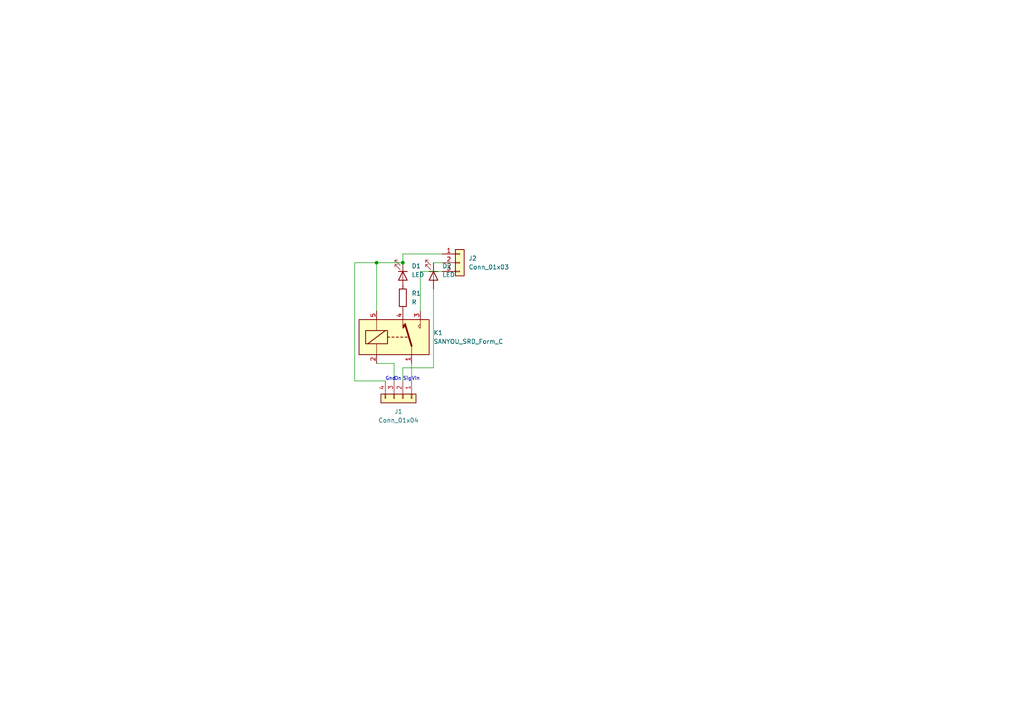
<source format=kicad_sch>
(kicad_sch (version 20211123) (generator eeschema)
  (paper "A4")
  (lib_symbols
    (symbol "Connector_Generic:Conn_01x03" (pin_names (offset 1.016) hide)
      (property "Reference" "J" (at 0 5.08 0))
      (property "Value" "Conn_01x03" (at 0 -5.08 0))
      (symbol "Conn_01x03_1_1"
        (rectangle (start -1.27 -2.413) (end 0 -2.667) (stroke (width 0.1524)))
        (rectangle (start -1.27 0.127) (end 0 -0.127) (stroke (width 0.1524)))
        (rectangle (start -1.27 2.667) (end 0 2.413) (stroke (width 0.1524)))
        (rectangle (start -1.27 3.81) (end 1.27 -3.81) (stroke (width 0.254)) (fill (type background)))
        (pin passive line (at -5.08 2.54 0) (length 3.81) (name "Pin_1") (number "1"))
        (pin passive line (at -5.08 0 0) (length 3.81) (name "Pin_2") (number "2"))
        (pin passive line (at -5.08 -2.54 0) (length 3.81) (name "Pin_3") (number "3"))
      )
    )
    (symbol "Connector_Generic:Conn_01x04" (pin_names (offset 1.016) hide)
      (property "Reference" "J" (at 0 5.08 0))
      (property "Value" "Conn_01x04" (at 0 -7.62 0))
      (symbol "Conn_01x04_1_1"
        (rectangle (start -1.27 -4.953) (end 0 -5.207) (stroke (width 0.1524)))
        (rectangle (start -1.27 -2.413) (end 0 -2.667) (stroke (width 0.1524)))
        (rectangle (start -1.27 0.127) (end 0 -0.127) (stroke (width 0.1524)))
        (rectangle (start -1.27 2.667) (end 0 2.413) (stroke (width 0.1524)))
        (rectangle (start -1.27 3.81) (end 1.27 -6.35) (stroke (width 0.254)) (fill (type background)))
        (pin passive line (at -5.08 2.54 0) (length 3.81) (name "Pin_1") (number "1"))
        (pin passive line (at -5.08 0 0) (length 3.81) (name "Pin_2") (number "2"))
        (pin passive line (at -5.08 -2.54 0) (length 3.81) (name "Pin_3") (number "3"))
        (pin passive line (at -5.08 -5.08 0) (length 3.81) (name "Pin_4") (number "4"))
      )
    )
    (symbol "Device:LED" (pin_numbers hide) (pin_names (offset 1.016) hide)
      (property "Reference" "D" (at 0 2.54 0))
      (property "Value" "LED" (at 0 -2.54 0))
      (symbol "LED_0_1"
        (polyline (pts (xy -1.27 -1.27) (xy -1.27 1.27)) (stroke (width 0.254)))
        (polyline (pts (xy -1.27 0) (xy 1.27 0)))
        (polyline (pts (xy 1.27 -1.27) (xy 1.27 1.27) (xy -1.27 0) (xy 1.27 -1.27)) (stroke (width 0.254)))
        (polyline (pts (xy -3.048 -0.762) (xy -4.572 -2.286) (xy -3.81 -2.286) (xy -4.572 -2.286) (xy -4.572 -1.524)))
        (polyline (pts (xy -1.778 -0.762) (xy -3.302 -2.286) (xy -2.54 -2.286) (xy -3.302 -2.286) (xy -3.302 -1.524)))
      )
      (symbol "LED_1_1"
        (pin passive line (at -3.81 0 0) (length 2.54) (name "K") (number "1"))
        (pin passive line (at 3.81 0 180) (length 2.54) (name "A") (number "2"))
      )
    )
    (symbol "Device:R" (pin_numbers hide) (pin_names (offset 0))
      (property "Reference" "R" (at 2.032 0 90))
      (property "Value" "R" (at 0 0 90))
      (symbol "R_0_1"
        (rectangle (start -1.016 -2.54) (end 1.016 2.54) (stroke (width 0.254)))
      )
      (symbol "R_1_1"
        (pin passive line (at 0 3.81 270) (length 1.27) (name "~") (number "1"))
        (pin passive line (at 0 -3.81 90) (length 1.27) (name "~") (number "2"))
      )
    )
    (symbol "Relay:SANYOU_SRD_Form_C"
      (property "Reference" "K" (at 11.43 3.81 0))
      (property "Value" "SANYOU_SRD_Form_C" (at 11.43 1.27 0))
      (symbol "SANYOU_SRD_Form_C_0_0"
        (polyline (pts (xy 7.62 5.08) (xy 7.62 2.54) (xy 6.985 3.175) (xy 7.62 3.81)))
      )
      (symbol "SANYOU_SRD_Form_C_0_1"
        (rectangle (start -10.16 5.08) (end 10.16 -5.08) (stroke (width 0.254)) (fill (type background)))
        (rectangle (start -8.255 1.905) (end -1.905 -1.905) (stroke (width 0.254)))
        (polyline (pts (xy -7.62 -1.905) (xy -2.54 1.905)) (stroke (width 0.254)))
        (polyline (pts (xy -5.08 -5.08) (xy -5.08 -1.905)))
        (polyline (pts (xy -5.08 5.08) (xy -5.08 1.905)))
        (polyline (pts (xy -1.905 0) (xy -1.27 0)) (stroke (width 0.254)))
        (polyline (pts (xy -0.635 0) (xy 0 0)) (stroke (width 0.254)))
        (polyline (pts (xy 0.635 0) (xy 1.27 0)) (stroke (width 0.254)))
        (polyline (pts (xy 1.905 0) (xy 2.54 0)) (stroke (width 0.254)))
        (polyline (pts (xy 3.175 0) (xy 3.81 0)) (stroke (width 0.254)))
        (polyline (pts (xy 5.08 -2.54) (xy 3.175 3.81)) (stroke (width 0.508)))
        (polyline (pts (xy 5.08 -2.54) (xy 5.08 -5.08)))
      )
      (symbol "SANYOU_SRD_Form_C_1_1"
        (polyline (pts (xy 2.54 3.81) (xy 3.175 3.175) (xy 2.54 2.54) (xy 2.54 5.08)) (fill (type outline)))
        (pin passive line (at 5.08 -7.62 90) (length 2.54) (name "~") (number "1"))
        (pin passive line (at -5.08 -7.62 90) (length 2.54) (name "~") (number "2"))
        (pin passive line (at 7.62 7.62 270) (length 2.54) (name "~") (number "3"))
        (pin passive line (at 2.54 7.62 270) (length 2.54) (name "~") (number "4"))
        (pin passive line (at -5.08 7.62 270) (length 2.54) (name "~") (number "5"))
      )
    )
  )
  (junction (at 116.84 76.2))
  (junction (at 109.22 76.2))
  (wire (pts (xy 102.87 110.49) (xy 111.76 110.49)))
  (wire (pts (xy 109.22 76.2) (xy 116.84 76.2)))
  (wire (pts (xy 102.87 76.2) (xy 102.87 110.49)))
  (wire (pts (xy 116.84 106.68) (xy 125.73 106.68)))
  (wire (pts (xy 121.92 78.74) (xy 128.27 78.74)))
  (wire (pts (xy 125.73 76.2) (xy 128.27 76.2)))
  (wire (pts (xy 119.38 105.41) (xy 119.38 110.49)))
  (wire (pts (xy 128.27 73.66) (xy 116.84 73.66)))
  (wire (pts (xy 102.87 76.2) (xy 109.22 76.2)))
  (wire (pts (xy 114.3 105.41) (xy 114.3 110.49)))
  (wire (pts (xy 116.84 83.82) (xy 116.84 82.55)))
  (wire (pts (xy 109.22 76.2) (xy 109.22 90.17)))
  (wire (pts (xy 116.84 73.66) (xy 116.84 76.2)))
  (wire (pts (xy 125.73 83.82) (xy 125.73 106.68)))
  (wire (pts (xy 114.3 105.41) (xy 109.22 105.41)))
  (wire (pts (xy 121.92 78.74) (xy 121.92 90.17)))
  (wire (pts (xy 116.84 106.68) (xy 116.84 110.49)))
  (text "Vin\n" (at 119.38 110.49 0) (effects (font (size 1 1)) (justify left bottom)))
  (text "On" (at 114.3 110.49 0) (effects (font (size 1 1)) (justify left bottom)))
  (text "Sig\n" (at 116.84 110.49 0) (effects (font (size 1 1)) (justify left bottom)))
  (text "Gnd\n" (at 111.76 110.49 0) (effects (font (size 1 1)) (justify left bottom)))
  (symbol (lib_id "Connector_Generic:Conn_01x03") (at 133.35 76.2 0) (unit 1)
    (property "Reference" "J2" (at 135.89 74.9299 0) (effects (justify left)))
    (property "Value" "Conn_01x03" (at 135.89 77.4699 0) (effects (justify left)))
    (property "Footprint" "Connector_PinHeader_2.54mm:PinHeader_1x03_P2.54mm_Vertical" (effects hide))
  )
  (symbol (lib_id "Connector_Generic:Conn_01x04") (at 116.84 115.57 270) (unit 1)
    (property "Reference" "J1" (at 115.57 119.38 90))
    (property "Value" "Conn_01x04" (at 115.57 121.92 90))
    (property "Footprint" "Connector_PinHeader_2.54mm:PinHeader_1x04_P2.54mm_Horizontal" (effects hide))
  )
  (symbol (lib_id "Device:LED") (at 116.84 80.01 270) (unit 1)
    (property "Reference" "D1" (at 119.38 77.1524 90) (effects (justify left)))
    (property "Value" "LED" (at 119.38 79.6924 90) (effects (justify left)))
    (property "Footprint" "LED_THT:LED_D3.0mm" (effects hide))
  )
  (symbol (lib_id "Device:LED") (at 125.73 80.01 270) (unit 1)
    (property "Reference" "D2" (at 128.27 77.1524 90) (effects (justify left)))
    (property "Value" "LED" (at 128.27 79.6924 90) (effects (justify left)))
    (property "Footprint" "LED_THT:LED_D3.0mm" (effects hide))
  )
  (symbol (lib_id "Device:R") (at 116.84 86.36 0) (unit 1)
    (property "Reference" "R1" (at 119.38 85.0899 0) (effects (justify left)))
    (property "Value" "R" (at 119.38 87.6299 0) (effects (justify left)))
    (property "Footprint" "Resistor_THT:R_Axial_DIN0204_L3.6mm_D1.6mm_P5.08mm_Horizontal" (effects hide))
  )
  (symbol (lib_id "Relay:SANYOU_SRD_Form_C") (at 114.3 97.79 0) (unit 1)
    (property "Reference" "K1" (at 125.73 96.5199 0) (effects (justify left)))
    (property "Value" "SANYOU_SRD_Form_C" (at 125.73 99.0599 0) (effects (justify left)))
    (property "Footprint" "Relay_THT:Relay_SPDT_SANYOU_SRD_Series_Form_C" (effects hide))
    (property "Datasheet" "http://www.sanyourelay.ca/public/products/pdf/SRD.pdf" (effects hide))
  )
)
</source>
